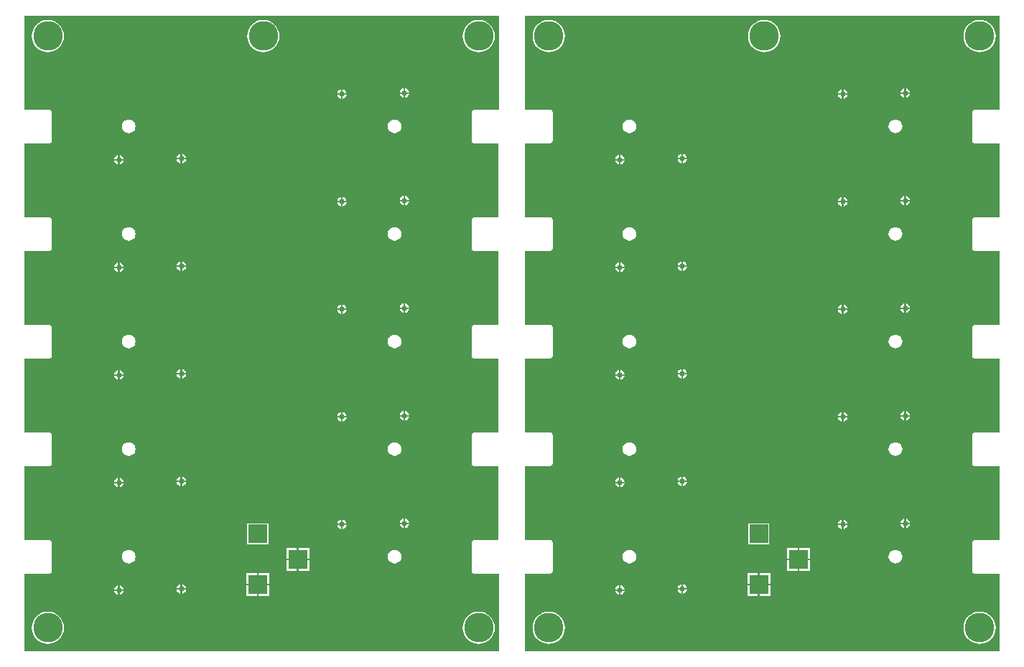
<source format=gbl>
G04 Layer_Physical_Order=2*
G04 Layer_Color=16711680*
%FSLAX24Y24*%
%MOIN*%
G70*
G01*
G75*
%ADD21R,0.0866X0.0866*%
%ADD22C,0.0240*%
%ADD23C,0.1370*%
G36*
X45438Y28332D02*
X44278D01*
X44235Y28323D01*
X44198Y28299D01*
X44174Y28262D01*
X44166Y28219D01*
Y26881D01*
X44174Y26838D01*
X44198Y26802D01*
X44235Y26777D01*
X44278Y26769D01*
X45425D01*
Y23332D01*
X44278D01*
X44235Y23323D01*
X44198Y23299D01*
X44174Y23262D01*
X44166Y23219D01*
Y21881D01*
X44174Y21838D01*
X44198Y21802D01*
X44235Y21777D01*
X44278Y21769D01*
X45425D01*
Y18332D01*
X44278D01*
X44235Y18323D01*
X44198Y18299D01*
X44174Y18262D01*
X44166Y18219D01*
Y16881D01*
X44174Y16838D01*
X44198Y16802D01*
X44235Y16777D01*
X44278Y16769D01*
X45425D01*
Y13332D01*
X44278D01*
X44235Y13323D01*
X44198Y13299D01*
X44174Y13262D01*
X44166Y13219D01*
Y11881D01*
X44174Y11838D01*
X44198Y11802D01*
X44235Y11777D01*
X44278Y11769D01*
X45425D01*
Y8332D01*
X44278D01*
X44235Y8323D01*
X44198Y8299D01*
X44174Y8262D01*
X44166Y8219D01*
Y6881D01*
X44174Y6838D01*
X44198Y6802D01*
X44235Y6777D01*
X44278Y6769D01*
X45438D01*
Y3162D01*
X23412D01*
Y6769D01*
X24573D01*
X24616Y6777D01*
X24652Y6802D01*
X24676Y6838D01*
X24685Y6881D01*
Y8219D01*
X24676Y8262D01*
X24652Y8299D01*
X24616Y8323D01*
X24573Y8332D01*
X23412D01*
Y11769D01*
X24573D01*
X24616Y11777D01*
X24652Y11802D01*
X24676Y11838D01*
X24685Y11881D01*
Y13219D01*
X24676Y13262D01*
X24652Y13299D01*
X24616Y13323D01*
X24573Y13332D01*
X23412D01*
Y16769D01*
X24573D01*
X24616Y16777D01*
X24652Y16802D01*
X24676Y16838D01*
X24685Y16881D01*
Y18219D01*
X24676Y18262D01*
X24652Y18299D01*
X24616Y18323D01*
X24573Y18332D01*
X23412D01*
Y21769D01*
X24573D01*
X24616Y21777D01*
X24652Y21802D01*
X24676Y21838D01*
X24685Y21881D01*
Y23219D01*
X24676Y23262D01*
X24652Y23299D01*
X24616Y23323D01*
X24573Y23332D01*
X23412D01*
Y26769D01*
X24573D01*
X24616Y26777D01*
X24652Y26802D01*
X24676Y26838D01*
X24685Y26881D01*
Y28219D01*
X24676Y28262D01*
X24652Y28299D01*
X24616Y28323D01*
X24573Y28332D01*
X23412D01*
Y32688D01*
X45438D01*
Y28332D01*
D02*
G37*
G36*
X22188D02*
X21028D01*
X20985Y28323D01*
X20948Y28299D01*
X20924Y28262D01*
X20916Y28219D01*
Y26881D01*
X20924Y26838D01*
X20948Y26802D01*
X20985Y26777D01*
X21028Y26769D01*
X22175D01*
Y23332D01*
X21028D01*
X20985Y23323D01*
X20948Y23299D01*
X20924Y23262D01*
X20916Y23219D01*
Y21881D01*
X20924Y21838D01*
X20948Y21802D01*
X20985Y21777D01*
X21028Y21769D01*
X22175D01*
Y18332D01*
X21028D01*
X20985Y18323D01*
X20948Y18299D01*
X20924Y18262D01*
X20916Y18219D01*
Y16881D01*
X20924Y16838D01*
X20948Y16802D01*
X20985Y16777D01*
X21028Y16769D01*
X22175D01*
Y13332D01*
X21028D01*
X20985Y13323D01*
X20948Y13299D01*
X20924Y13262D01*
X20916Y13219D01*
Y11881D01*
X20924Y11838D01*
X20948Y11802D01*
X20985Y11777D01*
X21028Y11769D01*
X22175D01*
Y8332D01*
X21028D01*
X20985Y8323D01*
X20948Y8299D01*
X20924Y8262D01*
X20916Y8219D01*
Y6881D01*
X20924Y6838D01*
X20948Y6802D01*
X20985Y6777D01*
X21028Y6769D01*
X22188D01*
Y3162D01*
X162D01*
Y6769D01*
X1323D01*
X1366Y6777D01*
X1402Y6802D01*
X1426Y6838D01*
X1435Y6881D01*
Y8219D01*
X1426Y8262D01*
X1402Y8299D01*
X1366Y8323D01*
X1323Y8332D01*
X162D01*
Y11769D01*
X1323D01*
X1366Y11777D01*
X1402Y11802D01*
X1426Y11838D01*
X1435Y11881D01*
Y13219D01*
X1426Y13262D01*
X1402Y13299D01*
X1366Y13323D01*
X1323Y13332D01*
X162D01*
Y16769D01*
X1323D01*
X1366Y16777D01*
X1402Y16802D01*
X1426Y16838D01*
X1435Y16881D01*
Y18219D01*
X1426Y18262D01*
X1402Y18299D01*
X1366Y18323D01*
X1323Y18332D01*
X162D01*
Y21769D01*
X1323D01*
X1366Y21777D01*
X1402Y21802D01*
X1426Y21838D01*
X1435Y21881D01*
Y23219D01*
X1426Y23262D01*
X1402Y23299D01*
X1366Y23323D01*
X1323Y23332D01*
X162D01*
Y26769D01*
X1323D01*
X1366Y26777D01*
X1402Y26802D01*
X1426Y26838D01*
X1435Y26881D01*
Y28219D01*
X1426Y28262D01*
X1402Y28299D01*
X1366Y28323D01*
X1323Y28332D01*
X162D01*
Y32688D01*
X22188D01*
Y28332D01*
D02*
G37*
%LPC*%
G36*
X44500Y32499D02*
X44354Y32484D01*
X44214Y32442D01*
X44084Y32373D01*
X43971Y32279D01*
X43878Y32166D01*
X43809Y32037D01*
X43766Y31896D01*
X43752Y31750D01*
X43766Y31604D01*
X43809Y31464D01*
X43878Y31334D01*
X43971Y31221D01*
X44084Y31128D01*
X44214Y31059D01*
X44354Y31016D01*
X44500Y31002D01*
X44646Y31016D01*
X44787Y31059D01*
X44916Y31128D01*
X45029Y31221D01*
X45123Y31334D01*
X45192Y31464D01*
X45234Y31604D01*
X45249Y31750D01*
X45234Y31896D01*
X45192Y32037D01*
X45123Y32166D01*
X45029Y32279D01*
X44916Y32373D01*
X44787Y32442D01*
X44646Y32484D01*
X44500Y32499D01*
D02*
G37*
G36*
X34500D02*
X34354Y32484D01*
X34214Y32442D01*
X34084Y32373D01*
X33971Y32279D01*
X33878Y32166D01*
X33809Y32037D01*
X33766Y31896D01*
X33752Y31750D01*
X33766Y31604D01*
X33809Y31464D01*
X33878Y31334D01*
X33971Y31221D01*
X34084Y31128D01*
X34214Y31059D01*
X34354Y31016D01*
X34500Y31002D01*
X34646Y31016D01*
X34787Y31059D01*
X34916Y31128D01*
X35029Y31221D01*
X35123Y31334D01*
X35192Y31464D01*
X35234Y31604D01*
X35249Y31750D01*
X35234Y31896D01*
X35192Y32037D01*
X35123Y32166D01*
X35029Y32279D01*
X34916Y32373D01*
X34787Y32442D01*
X34646Y32484D01*
X34500Y32499D01*
D02*
G37*
G36*
X24500D02*
X24354Y32484D01*
X24214Y32442D01*
X24084Y32373D01*
X23971Y32279D01*
X23878Y32166D01*
X23809Y32037D01*
X23766Y31896D01*
X23752Y31750D01*
X23766Y31604D01*
X23809Y31464D01*
X23878Y31334D01*
X23971Y31221D01*
X24084Y31128D01*
X24214Y31059D01*
X24354Y31016D01*
X24500Y31002D01*
X24646Y31016D01*
X24787Y31059D01*
X24916Y31128D01*
X25029Y31221D01*
X25123Y31334D01*
X25192Y31464D01*
X25234Y31604D01*
X25249Y31750D01*
X25234Y31896D01*
X25192Y32037D01*
X25123Y32166D01*
X25029Y32279D01*
X24916Y32373D01*
X24787Y32442D01*
X24646Y32484D01*
X24500Y32499D01*
D02*
G37*
G36*
X41090Y29316D02*
Y29140D01*
X41266D01*
X41257Y29186D01*
X41209Y29259D01*
X41136Y29307D01*
X41090Y29316D01*
D02*
G37*
G36*
X41010D02*
X40964Y29307D01*
X40892Y29259D01*
X40843Y29186D01*
X40834Y29140D01*
X41010D01*
Y29316D01*
D02*
G37*
G36*
X38190Y29267D02*
Y29090D01*
X38366D01*
X38357Y29136D01*
X38309Y29209D01*
X38236Y29257D01*
X38190Y29267D01*
D02*
G37*
G36*
X38110D02*
X38064Y29257D01*
X37992Y29209D01*
X37943Y29136D01*
X37934Y29090D01*
X38110D01*
Y29267D01*
D02*
G37*
G36*
X41266Y29060D02*
X41090D01*
Y28884D01*
X41136Y28893D01*
X41209Y28942D01*
X41257Y29014D01*
X41266Y29060D01*
D02*
G37*
G36*
X41010D02*
X40834D01*
X40843Y29014D01*
X40892Y28942D01*
X40964Y28893D01*
X41010Y28884D01*
Y29060D01*
D02*
G37*
G36*
X38366Y29010D02*
X38190D01*
Y28834D01*
X38236Y28843D01*
X38309Y28892D01*
X38357Y28964D01*
X38366Y29010D01*
D02*
G37*
G36*
X38110D02*
X37934D01*
X37943Y28964D01*
X37992Y28892D01*
X38064Y28843D01*
X38110Y28834D01*
Y29010D01*
D02*
G37*
G36*
X40597Y27869D02*
X40514Y27858D01*
X40437Y27826D01*
X40371Y27775D01*
X40321Y27709D01*
X40289Y27633D01*
X40278Y27550D01*
X40289Y27468D01*
X40321Y27391D01*
X40371Y27325D01*
X40437Y27274D01*
X40514Y27242D01*
X40597Y27232D01*
X40679Y27242D01*
X40756Y27274D01*
X40822Y27325D01*
X40873Y27391D01*
X40904Y27468D01*
X40915Y27550D01*
X40904Y27633D01*
X40873Y27709D01*
X40822Y27775D01*
X40756Y27826D01*
X40679Y27858D01*
X40597Y27869D01*
D02*
G37*
G36*
X28254D02*
X28171Y27858D01*
X28094Y27826D01*
X28028Y27775D01*
X27978Y27709D01*
X27946Y27633D01*
X27935Y27550D01*
X27946Y27468D01*
X27978Y27391D01*
X28028Y27325D01*
X28094Y27274D01*
X28171Y27242D01*
X28254Y27232D01*
X28336Y27242D01*
X28413Y27274D01*
X28479Y27325D01*
X28530Y27391D01*
X28561Y27468D01*
X28572Y27550D01*
X28561Y27633D01*
X28530Y27709D01*
X28479Y27775D01*
X28413Y27826D01*
X28336Y27858D01*
X28254Y27869D01*
D02*
G37*
G36*
X30740Y26267D02*
Y26090D01*
X30917D01*
X30907Y26136D01*
X30859Y26209D01*
X30786Y26257D01*
X30740Y26267D01*
D02*
G37*
G36*
X30660D02*
X30614Y26257D01*
X30542Y26209D01*
X30493Y26136D01*
X30484Y26090D01*
X30660D01*
Y26267D01*
D02*
G37*
G36*
X27840Y26216D02*
Y26040D01*
X28017D01*
X28007Y26086D01*
X27959Y26159D01*
X27886Y26207D01*
X27840Y26216D01*
D02*
G37*
G36*
X27760D02*
X27714Y26207D01*
X27642Y26159D01*
X27593Y26086D01*
X27584Y26040D01*
X27760D01*
Y26216D01*
D02*
G37*
G36*
X30917Y26010D02*
X30740D01*
Y25834D01*
X30786Y25843D01*
X30859Y25892D01*
X30907Y25964D01*
X30917Y26010D01*
D02*
G37*
G36*
X30660D02*
X30484D01*
X30493Y25964D01*
X30542Y25892D01*
X30614Y25843D01*
X30660Y25834D01*
Y26010D01*
D02*
G37*
G36*
X28017Y25960D02*
X27840D01*
Y25784D01*
X27886Y25793D01*
X27959Y25842D01*
X28007Y25914D01*
X28017Y25960D01*
D02*
G37*
G36*
X27760D02*
X27584D01*
X27593Y25914D01*
X27642Y25842D01*
X27714Y25793D01*
X27760Y25784D01*
Y25960D01*
D02*
G37*
G36*
X41090Y24316D02*
Y24140D01*
X41266D01*
X41257Y24186D01*
X41209Y24259D01*
X41136Y24307D01*
X41090Y24316D01*
D02*
G37*
G36*
X41010D02*
X40964Y24307D01*
X40892Y24259D01*
X40843Y24186D01*
X40834Y24140D01*
X41010D01*
Y24316D01*
D02*
G37*
G36*
X38190Y24267D02*
Y24090D01*
X38366D01*
X38357Y24136D01*
X38309Y24209D01*
X38236Y24257D01*
X38190Y24267D01*
D02*
G37*
G36*
X38110D02*
X38064Y24257D01*
X37992Y24209D01*
X37943Y24136D01*
X37934Y24090D01*
X38110D01*
Y24267D01*
D02*
G37*
G36*
X41266Y24060D02*
X41090D01*
Y23884D01*
X41136Y23893D01*
X41209Y23942D01*
X41257Y24014D01*
X41266Y24060D01*
D02*
G37*
G36*
X41010D02*
X40834D01*
X40843Y24014D01*
X40892Y23942D01*
X40964Y23893D01*
X41010Y23884D01*
Y24060D01*
D02*
G37*
G36*
X38366Y24010D02*
X38190D01*
Y23834D01*
X38236Y23843D01*
X38309Y23892D01*
X38357Y23964D01*
X38366Y24010D01*
D02*
G37*
G36*
X38110D02*
X37934D01*
X37943Y23964D01*
X37992Y23892D01*
X38064Y23843D01*
X38110Y23834D01*
Y24010D01*
D02*
G37*
G36*
X40597Y22869D02*
X40514Y22858D01*
X40437Y22826D01*
X40371Y22775D01*
X40321Y22709D01*
X40289Y22633D01*
X40278Y22550D01*
X40289Y22468D01*
X40321Y22391D01*
X40371Y22325D01*
X40437Y22274D01*
X40514Y22242D01*
X40597Y22232D01*
X40679Y22242D01*
X40756Y22274D01*
X40822Y22325D01*
X40873Y22391D01*
X40904Y22468D01*
X40915Y22550D01*
X40904Y22633D01*
X40873Y22709D01*
X40822Y22775D01*
X40756Y22826D01*
X40679Y22858D01*
X40597Y22869D01*
D02*
G37*
G36*
X28254D02*
X28171Y22858D01*
X28094Y22826D01*
X28028Y22775D01*
X27978Y22709D01*
X27946Y22633D01*
X27935Y22550D01*
X27946Y22468D01*
X27978Y22391D01*
X28028Y22325D01*
X28094Y22274D01*
X28171Y22242D01*
X28254Y22232D01*
X28336Y22242D01*
X28413Y22274D01*
X28479Y22325D01*
X28530Y22391D01*
X28561Y22468D01*
X28572Y22550D01*
X28561Y22633D01*
X28530Y22709D01*
X28479Y22775D01*
X28413Y22826D01*
X28336Y22858D01*
X28254Y22869D01*
D02*
G37*
G36*
X30740Y21267D02*
Y21090D01*
X30917D01*
X30907Y21136D01*
X30859Y21209D01*
X30786Y21257D01*
X30740Y21267D01*
D02*
G37*
G36*
X30660D02*
X30614Y21257D01*
X30542Y21209D01*
X30493Y21136D01*
X30484Y21090D01*
X30660D01*
Y21267D01*
D02*
G37*
G36*
X27840Y21216D02*
Y21040D01*
X28017D01*
X28007Y21086D01*
X27959Y21159D01*
X27886Y21207D01*
X27840Y21216D01*
D02*
G37*
G36*
X27760D02*
X27714Y21207D01*
X27642Y21159D01*
X27593Y21086D01*
X27584Y21040D01*
X27760D01*
Y21216D01*
D02*
G37*
G36*
X30917Y21010D02*
X30740D01*
Y20834D01*
X30786Y20843D01*
X30859Y20892D01*
X30907Y20964D01*
X30917Y21010D01*
D02*
G37*
G36*
X30660D02*
X30484D01*
X30493Y20964D01*
X30542Y20892D01*
X30614Y20843D01*
X30660Y20834D01*
Y21010D01*
D02*
G37*
G36*
X28017Y20960D02*
X27840D01*
Y20784D01*
X27886Y20793D01*
X27959Y20842D01*
X28007Y20914D01*
X28017Y20960D01*
D02*
G37*
G36*
X27760D02*
X27584D01*
X27593Y20914D01*
X27642Y20842D01*
X27714Y20793D01*
X27760Y20784D01*
Y20960D01*
D02*
G37*
G36*
X41090Y19317D02*
Y19140D01*
X41266D01*
X41257Y19186D01*
X41209Y19259D01*
X41136Y19307D01*
X41090Y19317D01*
D02*
G37*
G36*
X41010D02*
X40964Y19307D01*
X40892Y19259D01*
X40843Y19186D01*
X40834Y19140D01*
X41010D01*
Y19317D01*
D02*
G37*
G36*
X38190Y19267D02*
Y19090D01*
X38366D01*
X38357Y19136D01*
X38309Y19209D01*
X38236Y19257D01*
X38190Y19267D01*
D02*
G37*
G36*
X38110D02*
X38064Y19257D01*
X37992Y19209D01*
X37943Y19136D01*
X37934Y19090D01*
X38110D01*
Y19267D01*
D02*
G37*
G36*
X41266Y19060D02*
X41090D01*
Y18884D01*
X41136Y18893D01*
X41209Y18942D01*
X41257Y19014D01*
X41266Y19060D01*
D02*
G37*
G36*
X41010D02*
X40834D01*
X40843Y19014D01*
X40892Y18942D01*
X40964Y18893D01*
X41010Y18884D01*
Y19060D01*
D02*
G37*
G36*
X38366Y19010D02*
X38190D01*
Y18834D01*
X38236Y18843D01*
X38309Y18892D01*
X38357Y18964D01*
X38366Y19010D01*
D02*
G37*
G36*
X38110D02*
X37934D01*
X37943Y18964D01*
X37992Y18892D01*
X38064Y18843D01*
X38110Y18834D01*
Y19010D01*
D02*
G37*
G36*
X40597Y17869D02*
X40514Y17858D01*
X40437Y17826D01*
X40371Y17775D01*
X40321Y17709D01*
X40289Y17633D01*
X40278Y17550D01*
X40289Y17468D01*
X40321Y17391D01*
X40371Y17325D01*
X40437Y17274D01*
X40514Y17242D01*
X40597Y17232D01*
X40679Y17242D01*
X40756Y17274D01*
X40822Y17325D01*
X40873Y17391D01*
X40904Y17468D01*
X40915Y17550D01*
X40904Y17633D01*
X40873Y17709D01*
X40822Y17775D01*
X40756Y17826D01*
X40679Y17858D01*
X40597Y17869D01*
D02*
G37*
G36*
X28254D02*
X28171Y17858D01*
X28094Y17826D01*
X28028Y17775D01*
X27978Y17709D01*
X27946Y17633D01*
X27935Y17550D01*
X27946Y17468D01*
X27978Y17391D01*
X28028Y17325D01*
X28094Y17274D01*
X28171Y17242D01*
X28254Y17232D01*
X28336Y17242D01*
X28413Y17274D01*
X28479Y17325D01*
X28530Y17391D01*
X28561Y17468D01*
X28572Y17550D01*
X28561Y17633D01*
X28530Y17709D01*
X28479Y17775D01*
X28413Y17826D01*
X28336Y17858D01*
X28254Y17869D01*
D02*
G37*
G36*
X30740Y16266D02*
Y16090D01*
X30917D01*
X30907Y16136D01*
X30859Y16209D01*
X30786Y16257D01*
X30740Y16266D01*
D02*
G37*
G36*
X30660D02*
X30614Y16257D01*
X30542Y16209D01*
X30493Y16136D01*
X30484Y16090D01*
X30660D01*
Y16266D01*
D02*
G37*
G36*
X27840Y16216D02*
Y16040D01*
X28017D01*
X28007Y16086D01*
X27959Y16159D01*
X27886Y16207D01*
X27840Y16216D01*
D02*
G37*
G36*
X27760D02*
X27714Y16207D01*
X27642Y16159D01*
X27593Y16086D01*
X27584Y16040D01*
X27760D01*
Y16216D01*
D02*
G37*
G36*
X30917Y16010D02*
X30740D01*
Y15834D01*
X30786Y15843D01*
X30859Y15892D01*
X30907Y15964D01*
X30917Y16010D01*
D02*
G37*
G36*
X30660D02*
X30484D01*
X30493Y15964D01*
X30542Y15892D01*
X30614Y15843D01*
X30660Y15834D01*
Y16010D01*
D02*
G37*
G36*
X28017Y15960D02*
X27840D01*
Y15784D01*
X27886Y15793D01*
X27959Y15842D01*
X28007Y15914D01*
X28017Y15960D01*
D02*
G37*
G36*
X27760D02*
X27584D01*
X27593Y15914D01*
X27642Y15842D01*
X27714Y15793D01*
X27760Y15784D01*
Y15960D01*
D02*
G37*
G36*
X41090Y14317D02*
Y14140D01*
X41266D01*
X41257Y14186D01*
X41209Y14259D01*
X41136Y14307D01*
X41090Y14317D01*
D02*
G37*
G36*
X41010D02*
X40964Y14307D01*
X40892Y14259D01*
X40843Y14186D01*
X40834Y14140D01*
X41010D01*
Y14317D01*
D02*
G37*
G36*
X38190Y14267D02*
Y14090D01*
X38366D01*
X38357Y14136D01*
X38309Y14209D01*
X38236Y14257D01*
X38190Y14267D01*
D02*
G37*
G36*
X38110D02*
X38064Y14257D01*
X37992Y14209D01*
X37943Y14136D01*
X37934Y14090D01*
X38110D01*
Y14267D01*
D02*
G37*
G36*
X41266Y14060D02*
X41090D01*
Y13884D01*
X41136Y13893D01*
X41209Y13942D01*
X41257Y14014D01*
X41266Y14060D01*
D02*
G37*
G36*
X41010D02*
X40834D01*
X40843Y14014D01*
X40892Y13942D01*
X40964Y13893D01*
X41010Y13884D01*
Y14060D01*
D02*
G37*
G36*
X38366Y14010D02*
X38190D01*
Y13834D01*
X38236Y13843D01*
X38309Y13892D01*
X38357Y13964D01*
X38366Y14010D01*
D02*
G37*
G36*
X38110D02*
X37934D01*
X37943Y13964D01*
X37992Y13892D01*
X38064Y13843D01*
X38110Y13834D01*
Y14010D01*
D02*
G37*
G36*
X40597Y12869D02*
X40514Y12858D01*
X40437Y12826D01*
X40371Y12775D01*
X40321Y12709D01*
X40289Y12633D01*
X40278Y12550D01*
X40289Y12468D01*
X40321Y12391D01*
X40371Y12325D01*
X40437Y12274D01*
X40514Y12242D01*
X40597Y12232D01*
X40679Y12242D01*
X40756Y12274D01*
X40822Y12325D01*
X40873Y12391D01*
X40904Y12468D01*
X40915Y12550D01*
X40904Y12633D01*
X40873Y12709D01*
X40822Y12775D01*
X40756Y12826D01*
X40679Y12858D01*
X40597Y12869D01*
D02*
G37*
G36*
X28254D02*
X28171Y12858D01*
X28094Y12826D01*
X28028Y12775D01*
X27978Y12709D01*
X27946Y12633D01*
X27935Y12550D01*
X27946Y12468D01*
X27978Y12391D01*
X28028Y12325D01*
X28094Y12274D01*
X28171Y12242D01*
X28254Y12232D01*
X28336Y12242D01*
X28413Y12274D01*
X28479Y12325D01*
X28530Y12391D01*
X28561Y12468D01*
X28572Y12550D01*
X28561Y12633D01*
X28530Y12709D01*
X28479Y12775D01*
X28413Y12826D01*
X28336Y12858D01*
X28254Y12869D01*
D02*
G37*
G36*
X30740Y11266D02*
Y11090D01*
X30917D01*
X30907Y11136D01*
X30859Y11209D01*
X30786Y11257D01*
X30740Y11266D01*
D02*
G37*
G36*
X30660D02*
X30614Y11257D01*
X30542Y11209D01*
X30493Y11136D01*
X30484Y11090D01*
X30660D01*
Y11266D01*
D02*
G37*
G36*
X27840Y11216D02*
Y11040D01*
X28017D01*
X28007Y11086D01*
X27959Y11159D01*
X27886Y11207D01*
X27840Y11216D01*
D02*
G37*
G36*
X27760D02*
X27714Y11207D01*
X27642Y11159D01*
X27593Y11086D01*
X27584Y11040D01*
X27760D01*
Y11216D01*
D02*
G37*
G36*
X30917Y11010D02*
X30740D01*
Y10834D01*
X30786Y10843D01*
X30859Y10892D01*
X30907Y10964D01*
X30917Y11010D01*
D02*
G37*
G36*
X30660D02*
X30484D01*
X30493Y10964D01*
X30542Y10892D01*
X30614Y10843D01*
X30660Y10834D01*
Y11010D01*
D02*
G37*
G36*
X28017Y10960D02*
X27840D01*
Y10784D01*
X27886Y10793D01*
X27959Y10842D01*
X28007Y10914D01*
X28017Y10960D01*
D02*
G37*
G36*
X27760D02*
X27584D01*
X27593Y10914D01*
X27642Y10842D01*
X27714Y10793D01*
X27760Y10784D01*
Y10960D01*
D02*
G37*
G36*
X41090Y9316D02*
Y9140D01*
X41266D01*
X41257Y9186D01*
X41209Y9259D01*
X41136Y9307D01*
X41090Y9316D01*
D02*
G37*
G36*
X41010D02*
X40964Y9307D01*
X40892Y9259D01*
X40843Y9186D01*
X40834Y9140D01*
X41010D01*
Y9316D01*
D02*
G37*
G36*
X38190Y9266D02*
Y9090D01*
X38366D01*
X38357Y9136D01*
X38309Y9209D01*
X38236Y9257D01*
X38190Y9266D01*
D02*
G37*
G36*
X38110D02*
X38064Y9257D01*
X37992Y9209D01*
X37943Y9136D01*
X37934Y9090D01*
X38110D01*
Y9266D01*
D02*
G37*
G36*
X41266Y9060D02*
X41090D01*
Y8884D01*
X41136Y8893D01*
X41209Y8942D01*
X41257Y9014D01*
X41266Y9060D01*
D02*
G37*
G36*
X41010D02*
X40834D01*
X40843Y9014D01*
X40892Y8942D01*
X40964Y8893D01*
X41010Y8884D01*
Y9060D01*
D02*
G37*
G36*
X38366Y9010D02*
X38190D01*
Y8834D01*
X38236Y8843D01*
X38309Y8892D01*
X38357Y8964D01*
X38366Y9010D01*
D02*
G37*
G36*
X38110D02*
X37934D01*
X37943Y8964D01*
X37992Y8892D01*
X38064Y8843D01*
X38110Y8834D01*
Y9010D01*
D02*
G37*
G36*
X34743Y9105D02*
X33757D01*
Y8119D01*
X34743D01*
Y9105D01*
D02*
G37*
G36*
X36634Y7964D02*
X36141D01*
Y7471D01*
X36634D01*
Y7964D01*
D02*
G37*
G36*
X36061D02*
X35567D01*
Y7471D01*
X36061D01*
Y7964D01*
D02*
G37*
G36*
X40597Y7869D02*
X40514Y7858D01*
X40437Y7826D01*
X40371Y7775D01*
X40321Y7709D01*
X40289Y7633D01*
X40278Y7550D01*
X40289Y7468D01*
X40321Y7391D01*
X40371Y7325D01*
X40437Y7274D01*
X40514Y7242D01*
X40597Y7232D01*
X40679Y7242D01*
X40756Y7274D01*
X40822Y7325D01*
X40873Y7391D01*
X40904Y7468D01*
X40915Y7550D01*
X40904Y7633D01*
X40873Y7709D01*
X40822Y7775D01*
X40756Y7826D01*
X40679Y7858D01*
X40597Y7869D01*
D02*
G37*
G36*
X28254D02*
X28171Y7858D01*
X28094Y7826D01*
X28028Y7775D01*
X27978Y7709D01*
X27946Y7633D01*
X27935Y7550D01*
X27946Y7468D01*
X27978Y7391D01*
X28028Y7325D01*
X28094Y7274D01*
X28171Y7242D01*
X28254Y7232D01*
X28336Y7242D01*
X28413Y7274D01*
X28479Y7325D01*
X28530Y7391D01*
X28561Y7468D01*
X28572Y7550D01*
X28561Y7633D01*
X28530Y7709D01*
X28479Y7775D01*
X28413Y7826D01*
X28336Y7858D01*
X28254Y7869D01*
D02*
G37*
G36*
X36634Y7391D02*
X36141D01*
Y6898D01*
X36634D01*
Y7391D01*
D02*
G37*
G36*
X36061D02*
X35567D01*
Y6898D01*
X36061D01*
Y7391D01*
D02*
G37*
G36*
X34783Y6783D02*
X34290D01*
Y6290D01*
X34783D01*
Y6783D01*
D02*
G37*
G36*
X34210D02*
X33717D01*
Y6290D01*
X34210D01*
Y6783D01*
D02*
G37*
G36*
X30740Y6266D02*
Y6090D01*
X30917D01*
X30907Y6136D01*
X30859Y6209D01*
X30786Y6257D01*
X30740Y6266D01*
D02*
G37*
G36*
X30660D02*
X30614Y6257D01*
X30542Y6209D01*
X30493Y6136D01*
X30484Y6090D01*
X30660D01*
Y6266D01*
D02*
G37*
G36*
X27840Y6216D02*
Y6040D01*
X28017D01*
X28007Y6086D01*
X27959Y6159D01*
X27886Y6207D01*
X27840Y6216D01*
D02*
G37*
G36*
X27760D02*
X27714Y6207D01*
X27642Y6159D01*
X27593Y6086D01*
X27584Y6040D01*
X27760D01*
Y6216D01*
D02*
G37*
G36*
X30917Y6010D02*
X30740D01*
Y5834D01*
X30786Y5843D01*
X30859Y5892D01*
X30907Y5964D01*
X30917Y6010D01*
D02*
G37*
G36*
X30660D02*
X30484D01*
X30493Y5964D01*
X30542Y5892D01*
X30614Y5843D01*
X30660Y5834D01*
Y6010D01*
D02*
G37*
G36*
X28017Y5960D02*
X27840D01*
Y5784D01*
X27886Y5793D01*
X27959Y5842D01*
X28007Y5914D01*
X28017Y5960D01*
D02*
G37*
G36*
X27760D02*
X27584D01*
X27593Y5914D01*
X27642Y5842D01*
X27714Y5793D01*
X27760Y5784D01*
Y5960D01*
D02*
G37*
G36*
X34783Y6210D02*
X34290D01*
Y5717D01*
X34783D01*
Y6210D01*
D02*
G37*
G36*
X34210D02*
X33717D01*
Y5717D01*
X34210D01*
Y6210D01*
D02*
G37*
G36*
X44500Y4999D02*
X44354Y4984D01*
X44214Y4942D01*
X44084Y4873D01*
X43971Y4779D01*
X43878Y4666D01*
X43809Y4537D01*
X43766Y4396D01*
X43752Y4250D01*
X43766Y4104D01*
X43809Y3964D01*
X43878Y3834D01*
X43971Y3721D01*
X44084Y3628D01*
X44214Y3559D01*
X44354Y3516D01*
X44500Y3502D01*
X44646Y3516D01*
X44787Y3559D01*
X44916Y3628D01*
X45029Y3721D01*
X45123Y3834D01*
X45192Y3964D01*
X45234Y4104D01*
X45249Y4250D01*
X45234Y4396D01*
X45192Y4537D01*
X45123Y4666D01*
X45029Y4779D01*
X44916Y4873D01*
X44787Y4942D01*
X44646Y4984D01*
X44500Y4999D01*
D02*
G37*
G36*
X24500D02*
X24354Y4984D01*
X24214Y4942D01*
X24084Y4873D01*
X23971Y4779D01*
X23878Y4666D01*
X23809Y4537D01*
X23766Y4396D01*
X23752Y4250D01*
X23766Y4104D01*
X23809Y3964D01*
X23878Y3834D01*
X23971Y3721D01*
X24084Y3628D01*
X24214Y3559D01*
X24354Y3516D01*
X24500Y3502D01*
X24646Y3516D01*
X24787Y3559D01*
X24916Y3628D01*
X25029Y3721D01*
X25123Y3834D01*
X25192Y3964D01*
X25234Y4104D01*
X25249Y4250D01*
X25234Y4396D01*
X25192Y4537D01*
X25123Y4666D01*
X25029Y4779D01*
X24916Y4873D01*
X24787Y4942D01*
X24646Y4984D01*
X24500Y4999D01*
D02*
G37*
G36*
X21250Y32499D02*
X21104Y32484D01*
X20964Y32442D01*
X20834Y32373D01*
X20721Y32279D01*
X20628Y32166D01*
X20559Y32037D01*
X20516Y31896D01*
X20502Y31750D01*
X20516Y31604D01*
X20559Y31464D01*
X20628Y31334D01*
X20721Y31221D01*
X20834Y31128D01*
X20964Y31059D01*
X21104Y31016D01*
X21250Y31002D01*
X21396Y31016D01*
X21537Y31059D01*
X21666Y31128D01*
X21779Y31221D01*
X21873Y31334D01*
X21942Y31464D01*
X21984Y31604D01*
X21999Y31750D01*
X21984Y31896D01*
X21942Y32037D01*
X21873Y32166D01*
X21779Y32279D01*
X21666Y32373D01*
X21537Y32442D01*
X21396Y32484D01*
X21250Y32499D01*
D02*
G37*
G36*
X11250D02*
X11104Y32484D01*
X10964Y32442D01*
X10834Y32373D01*
X10721Y32279D01*
X10628Y32166D01*
X10559Y32037D01*
X10516Y31896D01*
X10502Y31750D01*
X10516Y31604D01*
X10559Y31464D01*
X10628Y31334D01*
X10721Y31221D01*
X10834Y31128D01*
X10964Y31059D01*
X11104Y31016D01*
X11250Y31002D01*
X11396Y31016D01*
X11537Y31059D01*
X11666Y31128D01*
X11779Y31221D01*
X11873Y31334D01*
X11942Y31464D01*
X11984Y31604D01*
X11999Y31750D01*
X11984Y31896D01*
X11942Y32037D01*
X11873Y32166D01*
X11779Y32279D01*
X11666Y32373D01*
X11537Y32442D01*
X11396Y32484D01*
X11250Y32499D01*
D02*
G37*
G36*
X1250D02*
X1104Y32484D01*
X964Y32442D01*
X834Y32373D01*
X721Y32279D01*
X628Y32166D01*
X559Y32037D01*
X516Y31896D01*
X502Y31750D01*
X516Y31604D01*
X559Y31464D01*
X628Y31334D01*
X721Y31221D01*
X834Y31128D01*
X964Y31059D01*
X1104Y31016D01*
X1250Y31002D01*
X1396Y31016D01*
X1537Y31059D01*
X1666Y31128D01*
X1779Y31221D01*
X1873Y31334D01*
X1942Y31464D01*
X1984Y31604D01*
X1999Y31750D01*
X1984Y31896D01*
X1942Y32037D01*
X1873Y32166D01*
X1779Y32279D01*
X1666Y32373D01*
X1537Y32442D01*
X1396Y32484D01*
X1250Y32499D01*
D02*
G37*
G36*
X17840Y29316D02*
Y29140D01*
X18017D01*
X18007Y29186D01*
X17959Y29259D01*
X17886Y29307D01*
X17840Y29316D01*
D02*
G37*
G36*
X17760D02*
X17714Y29307D01*
X17642Y29259D01*
X17593Y29186D01*
X17584Y29140D01*
X17760D01*
Y29316D01*
D02*
G37*
G36*
X14940Y29267D02*
Y29090D01*
X15116D01*
X15107Y29136D01*
X15059Y29209D01*
X14986Y29257D01*
X14940Y29267D01*
D02*
G37*
G36*
X14860D02*
X14814Y29257D01*
X14742Y29209D01*
X14693Y29136D01*
X14684Y29090D01*
X14860D01*
Y29267D01*
D02*
G37*
G36*
X18017Y29060D02*
X17840D01*
Y28884D01*
X17886Y28893D01*
X17959Y28942D01*
X18007Y29014D01*
X18017Y29060D01*
D02*
G37*
G36*
X17760D02*
X17584D01*
X17593Y29014D01*
X17642Y28942D01*
X17714Y28893D01*
X17760Y28884D01*
Y29060D01*
D02*
G37*
G36*
X15116Y29010D02*
X14940D01*
Y28834D01*
X14986Y28843D01*
X15059Y28892D01*
X15107Y28964D01*
X15116Y29010D01*
D02*
G37*
G36*
X14860D02*
X14684D01*
X14693Y28964D01*
X14742Y28892D01*
X14814Y28843D01*
X14860Y28834D01*
Y29010D01*
D02*
G37*
G36*
X17347Y27869D02*
X17264Y27858D01*
X17187Y27826D01*
X17121Y27775D01*
X17071Y27709D01*
X17039Y27633D01*
X17028Y27550D01*
X17039Y27468D01*
X17071Y27391D01*
X17121Y27325D01*
X17187Y27274D01*
X17264Y27242D01*
X17347Y27232D01*
X17429Y27242D01*
X17506Y27274D01*
X17572Y27325D01*
X17623Y27391D01*
X17654Y27468D01*
X17665Y27550D01*
X17654Y27633D01*
X17623Y27709D01*
X17572Y27775D01*
X17506Y27826D01*
X17429Y27858D01*
X17347Y27869D01*
D02*
G37*
G36*
X5004D02*
X4921Y27858D01*
X4844Y27826D01*
X4778Y27775D01*
X4728Y27709D01*
X4696Y27633D01*
X4685Y27550D01*
X4696Y27468D01*
X4728Y27391D01*
X4778Y27325D01*
X4844Y27274D01*
X4921Y27242D01*
X5004Y27232D01*
X5086Y27242D01*
X5163Y27274D01*
X5229Y27325D01*
X5280Y27391D01*
X5311Y27468D01*
X5322Y27550D01*
X5311Y27633D01*
X5280Y27709D01*
X5229Y27775D01*
X5163Y27826D01*
X5086Y27858D01*
X5004Y27869D01*
D02*
G37*
G36*
X7490Y26267D02*
Y26090D01*
X7667D01*
X7657Y26136D01*
X7609Y26209D01*
X7536Y26257D01*
X7490Y26267D01*
D02*
G37*
G36*
X7410D02*
X7364Y26257D01*
X7292Y26209D01*
X7243Y26136D01*
X7234Y26090D01*
X7410D01*
Y26267D01*
D02*
G37*
G36*
X4590Y26216D02*
Y26040D01*
X4766D01*
X4757Y26086D01*
X4709Y26159D01*
X4636Y26207D01*
X4590Y26216D01*
D02*
G37*
G36*
X4510D02*
X4464Y26207D01*
X4392Y26159D01*
X4343Y26086D01*
X4334Y26040D01*
X4510D01*
Y26216D01*
D02*
G37*
G36*
X7667Y26010D02*
X7490D01*
Y25834D01*
X7536Y25843D01*
X7609Y25892D01*
X7657Y25964D01*
X7667Y26010D01*
D02*
G37*
G36*
X7410D02*
X7234D01*
X7243Y25964D01*
X7292Y25892D01*
X7364Y25843D01*
X7410Y25834D01*
Y26010D01*
D02*
G37*
G36*
X4766Y25960D02*
X4590D01*
Y25784D01*
X4636Y25793D01*
X4709Y25842D01*
X4757Y25914D01*
X4766Y25960D01*
D02*
G37*
G36*
X4510D02*
X4334D01*
X4343Y25914D01*
X4392Y25842D01*
X4464Y25793D01*
X4510Y25784D01*
Y25960D01*
D02*
G37*
G36*
X17840Y24316D02*
Y24140D01*
X18017D01*
X18007Y24186D01*
X17959Y24259D01*
X17886Y24307D01*
X17840Y24316D01*
D02*
G37*
G36*
X17760D02*
X17714Y24307D01*
X17642Y24259D01*
X17593Y24186D01*
X17584Y24140D01*
X17760D01*
Y24316D01*
D02*
G37*
G36*
X14940Y24267D02*
Y24090D01*
X15116D01*
X15107Y24136D01*
X15059Y24209D01*
X14986Y24257D01*
X14940Y24267D01*
D02*
G37*
G36*
X14860D02*
X14814Y24257D01*
X14742Y24209D01*
X14693Y24136D01*
X14684Y24090D01*
X14860D01*
Y24267D01*
D02*
G37*
G36*
X18017Y24060D02*
X17840D01*
Y23884D01*
X17886Y23893D01*
X17959Y23942D01*
X18007Y24014D01*
X18017Y24060D01*
D02*
G37*
G36*
X17760D02*
X17584D01*
X17593Y24014D01*
X17642Y23942D01*
X17714Y23893D01*
X17760Y23884D01*
Y24060D01*
D02*
G37*
G36*
X15116Y24010D02*
X14940D01*
Y23834D01*
X14986Y23843D01*
X15059Y23892D01*
X15107Y23964D01*
X15116Y24010D01*
D02*
G37*
G36*
X14860D02*
X14684D01*
X14693Y23964D01*
X14742Y23892D01*
X14814Y23843D01*
X14860Y23834D01*
Y24010D01*
D02*
G37*
G36*
X17347Y22869D02*
X17264Y22858D01*
X17187Y22826D01*
X17121Y22775D01*
X17071Y22709D01*
X17039Y22633D01*
X17028Y22550D01*
X17039Y22468D01*
X17071Y22391D01*
X17121Y22325D01*
X17187Y22274D01*
X17264Y22242D01*
X17347Y22232D01*
X17429Y22242D01*
X17506Y22274D01*
X17572Y22325D01*
X17623Y22391D01*
X17654Y22468D01*
X17665Y22550D01*
X17654Y22633D01*
X17623Y22709D01*
X17572Y22775D01*
X17506Y22826D01*
X17429Y22858D01*
X17347Y22869D01*
D02*
G37*
G36*
X5004D02*
X4921Y22858D01*
X4844Y22826D01*
X4778Y22775D01*
X4728Y22709D01*
X4696Y22633D01*
X4685Y22550D01*
X4696Y22468D01*
X4728Y22391D01*
X4778Y22325D01*
X4844Y22274D01*
X4921Y22242D01*
X5004Y22232D01*
X5086Y22242D01*
X5163Y22274D01*
X5229Y22325D01*
X5280Y22391D01*
X5311Y22468D01*
X5322Y22550D01*
X5311Y22633D01*
X5280Y22709D01*
X5229Y22775D01*
X5163Y22826D01*
X5086Y22858D01*
X5004Y22869D01*
D02*
G37*
G36*
X7490Y21267D02*
Y21090D01*
X7667D01*
X7657Y21136D01*
X7609Y21209D01*
X7536Y21257D01*
X7490Y21267D01*
D02*
G37*
G36*
X7410D02*
X7364Y21257D01*
X7292Y21209D01*
X7243Y21136D01*
X7234Y21090D01*
X7410D01*
Y21267D01*
D02*
G37*
G36*
X4590Y21216D02*
Y21040D01*
X4766D01*
X4757Y21086D01*
X4709Y21159D01*
X4636Y21207D01*
X4590Y21216D01*
D02*
G37*
G36*
X4510D02*
X4464Y21207D01*
X4392Y21159D01*
X4343Y21086D01*
X4334Y21040D01*
X4510D01*
Y21216D01*
D02*
G37*
G36*
X7667Y21010D02*
X7490D01*
Y20834D01*
X7536Y20843D01*
X7609Y20892D01*
X7657Y20964D01*
X7667Y21010D01*
D02*
G37*
G36*
X7410D02*
X7234D01*
X7243Y20964D01*
X7292Y20892D01*
X7364Y20843D01*
X7410Y20834D01*
Y21010D01*
D02*
G37*
G36*
X4766Y20960D02*
X4590D01*
Y20784D01*
X4636Y20793D01*
X4709Y20842D01*
X4757Y20914D01*
X4766Y20960D01*
D02*
G37*
G36*
X4510D02*
X4334D01*
X4343Y20914D01*
X4392Y20842D01*
X4464Y20793D01*
X4510Y20784D01*
Y20960D01*
D02*
G37*
G36*
X17840Y19317D02*
Y19140D01*
X18017D01*
X18007Y19186D01*
X17959Y19259D01*
X17886Y19307D01*
X17840Y19317D01*
D02*
G37*
G36*
X17760D02*
X17714Y19307D01*
X17642Y19259D01*
X17593Y19186D01*
X17584Y19140D01*
X17760D01*
Y19317D01*
D02*
G37*
G36*
X14940Y19267D02*
Y19090D01*
X15116D01*
X15107Y19136D01*
X15059Y19209D01*
X14986Y19257D01*
X14940Y19267D01*
D02*
G37*
G36*
X14860D02*
X14814Y19257D01*
X14742Y19209D01*
X14693Y19136D01*
X14684Y19090D01*
X14860D01*
Y19267D01*
D02*
G37*
G36*
X18017Y19060D02*
X17840D01*
Y18884D01*
X17886Y18893D01*
X17959Y18942D01*
X18007Y19014D01*
X18017Y19060D01*
D02*
G37*
G36*
X17760D02*
X17584D01*
X17593Y19014D01*
X17642Y18942D01*
X17714Y18893D01*
X17760Y18884D01*
Y19060D01*
D02*
G37*
G36*
X15116Y19010D02*
X14940D01*
Y18834D01*
X14986Y18843D01*
X15059Y18892D01*
X15107Y18964D01*
X15116Y19010D01*
D02*
G37*
G36*
X14860D02*
X14684D01*
X14693Y18964D01*
X14742Y18892D01*
X14814Y18843D01*
X14860Y18834D01*
Y19010D01*
D02*
G37*
G36*
X17347Y17869D02*
X17264Y17858D01*
X17187Y17826D01*
X17121Y17775D01*
X17071Y17709D01*
X17039Y17633D01*
X17028Y17550D01*
X17039Y17468D01*
X17071Y17391D01*
X17121Y17325D01*
X17187Y17274D01*
X17264Y17242D01*
X17347Y17232D01*
X17429Y17242D01*
X17506Y17274D01*
X17572Y17325D01*
X17623Y17391D01*
X17654Y17468D01*
X17665Y17550D01*
X17654Y17633D01*
X17623Y17709D01*
X17572Y17775D01*
X17506Y17826D01*
X17429Y17858D01*
X17347Y17869D01*
D02*
G37*
G36*
X5004D02*
X4921Y17858D01*
X4844Y17826D01*
X4778Y17775D01*
X4728Y17709D01*
X4696Y17633D01*
X4685Y17550D01*
X4696Y17468D01*
X4728Y17391D01*
X4778Y17325D01*
X4844Y17274D01*
X4921Y17242D01*
X5004Y17232D01*
X5086Y17242D01*
X5163Y17274D01*
X5229Y17325D01*
X5280Y17391D01*
X5311Y17468D01*
X5322Y17550D01*
X5311Y17633D01*
X5280Y17709D01*
X5229Y17775D01*
X5163Y17826D01*
X5086Y17858D01*
X5004Y17869D01*
D02*
G37*
G36*
X7490Y16266D02*
Y16090D01*
X7667D01*
X7657Y16136D01*
X7609Y16209D01*
X7536Y16257D01*
X7490Y16266D01*
D02*
G37*
G36*
X7410D02*
X7364Y16257D01*
X7292Y16209D01*
X7243Y16136D01*
X7234Y16090D01*
X7410D01*
Y16266D01*
D02*
G37*
G36*
X4590Y16216D02*
Y16040D01*
X4766D01*
X4757Y16086D01*
X4709Y16159D01*
X4636Y16207D01*
X4590Y16216D01*
D02*
G37*
G36*
X4510D02*
X4464Y16207D01*
X4392Y16159D01*
X4343Y16086D01*
X4334Y16040D01*
X4510D01*
Y16216D01*
D02*
G37*
G36*
X7667Y16010D02*
X7490D01*
Y15834D01*
X7536Y15843D01*
X7609Y15892D01*
X7657Y15964D01*
X7667Y16010D01*
D02*
G37*
G36*
X7410D02*
X7234D01*
X7243Y15964D01*
X7292Y15892D01*
X7364Y15843D01*
X7410Y15834D01*
Y16010D01*
D02*
G37*
G36*
X4766Y15960D02*
X4590D01*
Y15784D01*
X4636Y15793D01*
X4709Y15842D01*
X4757Y15914D01*
X4766Y15960D01*
D02*
G37*
G36*
X4510D02*
X4334D01*
X4343Y15914D01*
X4392Y15842D01*
X4464Y15793D01*
X4510Y15784D01*
Y15960D01*
D02*
G37*
G36*
X17840Y14317D02*
Y14140D01*
X18017D01*
X18007Y14186D01*
X17959Y14259D01*
X17886Y14307D01*
X17840Y14317D01*
D02*
G37*
G36*
X17760D02*
X17714Y14307D01*
X17642Y14259D01*
X17593Y14186D01*
X17584Y14140D01*
X17760D01*
Y14317D01*
D02*
G37*
G36*
X14940Y14267D02*
Y14090D01*
X15116D01*
X15107Y14136D01*
X15059Y14209D01*
X14986Y14257D01*
X14940Y14267D01*
D02*
G37*
G36*
X14860D02*
X14814Y14257D01*
X14742Y14209D01*
X14693Y14136D01*
X14684Y14090D01*
X14860D01*
Y14267D01*
D02*
G37*
G36*
X18017Y14060D02*
X17840D01*
Y13884D01*
X17886Y13893D01*
X17959Y13942D01*
X18007Y14014D01*
X18017Y14060D01*
D02*
G37*
G36*
X17760D02*
X17584D01*
X17593Y14014D01*
X17642Y13942D01*
X17714Y13893D01*
X17760Y13884D01*
Y14060D01*
D02*
G37*
G36*
X15116Y14010D02*
X14940D01*
Y13834D01*
X14986Y13843D01*
X15059Y13892D01*
X15107Y13964D01*
X15116Y14010D01*
D02*
G37*
G36*
X14860D02*
X14684D01*
X14693Y13964D01*
X14742Y13892D01*
X14814Y13843D01*
X14860Y13834D01*
Y14010D01*
D02*
G37*
G36*
X17347Y12869D02*
X17264Y12858D01*
X17187Y12826D01*
X17121Y12775D01*
X17071Y12709D01*
X17039Y12633D01*
X17028Y12550D01*
X17039Y12468D01*
X17071Y12391D01*
X17121Y12325D01*
X17187Y12274D01*
X17264Y12242D01*
X17347Y12232D01*
X17429Y12242D01*
X17506Y12274D01*
X17572Y12325D01*
X17623Y12391D01*
X17654Y12468D01*
X17665Y12550D01*
X17654Y12633D01*
X17623Y12709D01*
X17572Y12775D01*
X17506Y12826D01*
X17429Y12858D01*
X17347Y12869D01*
D02*
G37*
G36*
X5004D02*
X4921Y12858D01*
X4844Y12826D01*
X4778Y12775D01*
X4728Y12709D01*
X4696Y12633D01*
X4685Y12550D01*
X4696Y12468D01*
X4728Y12391D01*
X4778Y12325D01*
X4844Y12274D01*
X4921Y12242D01*
X5004Y12232D01*
X5086Y12242D01*
X5163Y12274D01*
X5229Y12325D01*
X5280Y12391D01*
X5311Y12468D01*
X5322Y12550D01*
X5311Y12633D01*
X5280Y12709D01*
X5229Y12775D01*
X5163Y12826D01*
X5086Y12858D01*
X5004Y12869D01*
D02*
G37*
G36*
X7490Y11266D02*
Y11090D01*
X7667D01*
X7657Y11136D01*
X7609Y11209D01*
X7536Y11257D01*
X7490Y11266D01*
D02*
G37*
G36*
X7410D02*
X7364Y11257D01*
X7292Y11209D01*
X7243Y11136D01*
X7234Y11090D01*
X7410D01*
Y11266D01*
D02*
G37*
G36*
X4590Y11216D02*
Y11040D01*
X4766D01*
X4757Y11086D01*
X4709Y11159D01*
X4636Y11207D01*
X4590Y11216D01*
D02*
G37*
G36*
X4510D02*
X4464Y11207D01*
X4392Y11159D01*
X4343Y11086D01*
X4334Y11040D01*
X4510D01*
Y11216D01*
D02*
G37*
G36*
X7667Y11010D02*
X7490D01*
Y10834D01*
X7536Y10843D01*
X7609Y10892D01*
X7657Y10964D01*
X7667Y11010D01*
D02*
G37*
G36*
X7410D02*
X7234D01*
X7243Y10964D01*
X7292Y10892D01*
X7364Y10843D01*
X7410Y10834D01*
Y11010D01*
D02*
G37*
G36*
X4766Y10960D02*
X4590D01*
Y10784D01*
X4636Y10793D01*
X4709Y10842D01*
X4757Y10914D01*
X4766Y10960D01*
D02*
G37*
G36*
X4510D02*
X4334D01*
X4343Y10914D01*
X4392Y10842D01*
X4464Y10793D01*
X4510Y10784D01*
Y10960D01*
D02*
G37*
G36*
X17840Y9316D02*
Y9140D01*
X18017D01*
X18007Y9186D01*
X17959Y9259D01*
X17886Y9307D01*
X17840Y9316D01*
D02*
G37*
G36*
X17760D02*
X17714Y9307D01*
X17642Y9259D01*
X17593Y9186D01*
X17584Y9140D01*
X17760D01*
Y9316D01*
D02*
G37*
G36*
X14940Y9266D02*
Y9090D01*
X15116D01*
X15107Y9136D01*
X15059Y9209D01*
X14986Y9257D01*
X14940Y9266D01*
D02*
G37*
G36*
X14860D02*
X14814Y9257D01*
X14742Y9209D01*
X14693Y9136D01*
X14684Y9090D01*
X14860D01*
Y9266D01*
D02*
G37*
G36*
X18017Y9060D02*
X17840D01*
Y8884D01*
X17886Y8893D01*
X17959Y8942D01*
X18007Y9014D01*
X18017Y9060D01*
D02*
G37*
G36*
X17760D02*
X17584D01*
X17593Y9014D01*
X17642Y8942D01*
X17714Y8893D01*
X17760Y8884D01*
Y9060D01*
D02*
G37*
G36*
X15116Y9010D02*
X14940D01*
Y8834D01*
X14986Y8843D01*
X15059Y8892D01*
X15107Y8964D01*
X15116Y9010D01*
D02*
G37*
G36*
X14860D02*
X14684D01*
X14693Y8964D01*
X14742Y8892D01*
X14814Y8843D01*
X14860Y8834D01*
Y9010D01*
D02*
G37*
G36*
X11493Y9105D02*
X10507D01*
Y8119D01*
X11493D01*
Y9105D01*
D02*
G37*
G36*
X13384Y7964D02*
X12891D01*
Y7471D01*
X13384D01*
Y7964D01*
D02*
G37*
G36*
X12811D02*
X12317D01*
Y7471D01*
X12811D01*
Y7964D01*
D02*
G37*
G36*
X17347Y7869D02*
X17264Y7858D01*
X17187Y7826D01*
X17121Y7775D01*
X17071Y7709D01*
X17039Y7633D01*
X17028Y7550D01*
X17039Y7468D01*
X17071Y7391D01*
X17121Y7325D01*
X17187Y7274D01*
X17264Y7242D01*
X17347Y7232D01*
X17429Y7242D01*
X17506Y7274D01*
X17572Y7325D01*
X17623Y7391D01*
X17654Y7468D01*
X17665Y7550D01*
X17654Y7633D01*
X17623Y7709D01*
X17572Y7775D01*
X17506Y7826D01*
X17429Y7858D01*
X17347Y7869D01*
D02*
G37*
G36*
X5004D02*
X4921Y7858D01*
X4844Y7826D01*
X4778Y7775D01*
X4728Y7709D01*
X4696Y7633D01*
X4685Y7550D01*
X4696Y7468D01*
X4728Y7391D01*
X4778Y7325D01*
X4844Y7274D01*
X4921Y7242D01*
X5004Y7232D01*
X5086Y7242D01*
X5163Y7274D01*
X5229Y7325D01*
X5280Y7391D01*
X5311Y7468D01*
X5322Y7550D01*
X5311Y7633D01*
X5280Y7709D01*
X5229Y7775D01*
X5163Y7826D01*
X5086Y7858D01*
X5004Y7869D01*
D02*
G37*
G36*
X13384Y7391D02*
X12891D01*
Y6898D01*
X13384D01*
Y7391D01*
D02*
G37*
G36*
X12811D02*
X12317D01*
Y6898D01*
X12811D01*
Y7391D01*
D02*
G37*
G36*
X11533Y6783D02*
X11040D01*
Y6290D01*
X11533D01*
Y6783D01*
D02*
G37*
G36*
X10960D02*
X10467D01*
Y6290D01*
X10960D01*
Y6783D01*
D02*
G37*
G36*
X7490Y6266D02*
Y6090D01*
X7667D01*
X7657Y6136D01*
X7609Y6209D01*
X7536Y6257D01*
X7490Y6266D01*
D02*
G37*
G36*
X7410D02*
X7364Y6257D01*
X7292Y6209D01*
X7243Y6136D01*
X7234Y6090D01*
X7410D01*
Y6266D01*
D02*
G37*
G36*
X4590Y6216D02*
Y6040D01*
X4766D01*
X4757Y6086D01*
X4709Y6159D01*
X4636Y6207D01*
X4590Y6216D01*
D02*
G37*
G36*
X4510D02*
X4464Y6207D01*
X4392Y6159D01*
X4343Y6086D01*
X4334Y6040D01*
X4510D01*
Y6216D01*
D02*
G37*
G36*
X7667Y6010D02*
X7490D01*
Y5834D01*
X7536Y5843D01*
X7609Y5892D01*
X7657Y5964D01*
X7667Y6010D01*
D02*
G37*
G36*
X7410D02*
X7234D01*
X7243Y5964D01*
X7292Y5892D01*
X7364Y5843D01*
X7410Y5834D01*
Y6010D01*
D02*
G37*
G36*
X4766Y5960D02*
X4590D01*
Y5784D01*
X4636Y5793D01*
X4709Y5842D01*
X4757Y5914D01*
X4766Y5960D01*
D02*
G37*
G36*
X4510D02*
X4334D01*
X4343Y5914D01*
X4392Y5842D01*
X4464Y5793D01*
X4510Y5784D01*
Y5960D01*
D02*
G37*
G36*
X11533Y6210D02*
X11040D01*
Y5717D01*
X11533D01*
Y6210D01*
D02*
G37*
G36*
X10960D02*
X10467D01*
Y5717D01*
X10960D01*
Y6210D01*
D02*
G37*
G36*
X21250Y4999D02*
X21104Y4984D01*
X20964Y4942D01*
X20834Y4873D01*
X20721Y4779D01*
X20628Y4666D01*
X20559Y4537D01*
X20516Y4396D01*
X20502Y4250D01*
X20516Y4104D01*
X20559Y3964D01*
X20628Y3834D01*
X20721Y3721D01*
X20834Y3628D01*
X20964Y3559D01*
X21104Y3516D01*
X21250Y3502D01*
X21396Y3516D01*
X21537Y3559D01*
X21666Y3628D01*
X21779Y3721D01*
X21873Y3834D01*
X21942Y3964D01*
X21984Y4104D01*
X21999Y4250D01*
X21984Y4396D01*
X21942Y4537D01*
X21873Y4666D01*
X21779Y4779D01*
X21666Y4873D01*
X21537Y4942D01*
X21396Y4984D01*
X21250Y4999D01*
D02*
G37*
G36*
X1250D02*
X1104Y4984D01*
X964Y4942D01*
X834Y4873D01*
X721Y4779D01*
X628Y4666D01*
X559Y4537D01*
X516Y4396D01*
X502Y4250D01*
X516Y4104D01*
X559Y3964D01*
X628Y3834D01*
X721Y3721D01*
X834Y3628D01*
X964Y3559D01*
X1104Y3516D01*
X1250Y3502D01*
X1396Y3516D01*
X1537Y3559D01*
X1666Y3628D01*
X1779Y3721D01*
X1873Y3834D01*
X1942Y3964D01*
X1984Y4104D01*
X1999Y4250D01*
X1984Y4396D01*
X1942Y4537D01*
X1873Y4666D01*
X1779Y4779D01*
X1666Y4873D01*
X1537Y4942D01*
X1396Y4984D01*
X1250Y4999D01*
D02*
G37*
%LPD*%
D21*
X11000Y8612D02*
D03*
Y6250D02*
D03*
X12851Y7431D02*
D03*
X34250Y8612D02*
D03*
Y6250D02*
D03*
X36101Y7431D02*
D03*
D22*
X7450Y6050D02*
D03*
X4550Y6000D02*
D03*
X7450Y11050D02*
D03*
X4550Y11000D02*
D03*
X7450Y16050D02*
D03*
X4550Y16000D02*
D03*
X7450Y21050D02*
D03*
X4550Y21000D02*
D03*
X7450Y26050D02*
D03*
X4550Y26000D02*
D03*
X14900Y29050D02*
D03*
X17800Y29100D02*
D03*
X14900Y9050D02*
D03*
X17800Y9100D02*
D03*
X14900Y14050D02*
D03*
X17800Y14100D02*
D03*
X14900Y24050D02*
D03*
X17800Y24100D02*
D03*
X14900Y19050D02*
D03*
X17800Y19100D02*
D03*
X30700Y6050D02*
D03*
X27800Y6000D02*
D03*
X30700Y11050D02*
D03*
X27800Y11000D02*
D03*
X30700Y16050D02*
D03*
X27800Y16000D02*
D03*
X30700Y21050D02*
D03*
X27800Y21000D02*
D03*
X30700Y26050D02*
D03*
X27800Y26000D02*
D03*
X38150Y29050D02*
D03*
X41050Y29100D02*
D03*
X38150Y9050D02*
D03*
X41050Y9100D02*
D03*
X38150Y14050D02*
D03*
X41050Y14100D02*
D03*
X38150Y24050D02*
D03*
X41050Y24100D02*
D03*
X38150Y19050D02*
D03*
X41050Y19100D02*
D03*
D23*
X21250Y31750D02*
D03*
X1250D02*
D03*
X21250Y4250D02*
D03*
X1250D02*
D03*
X11250Y31750D02*
D03*
X44500D02*
D03*
X24500D02*
D03*
X44500Y4250D02*
D03*
X24500D02*
D03*
X34500Y31750D02*
D03*
M02*

</source>
